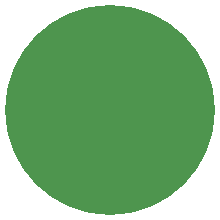
<source format=gbr>
G04 #@! TF.GenerationSoftware,KiCad,Pcbnew,(5.1.0)-1*
G04 #@! TF.CreationDate,2019-11-25T20:58:05-05:00*
G04 #@! TF.ProjectId,Christmas Ornament 2019,43687269-7374-46d6-9173-204f726e616d,rev?*
G04 #@! TF.SameCoordinates,Original*
G04 #@! TF.FileFunction,Paste,Bot*
G04 #@! TF.FilePolarity,Positive*
%FSLAX46Y46*%
G04 Gerber Fmt 4.6, Leading zero omitted, Abs format (unit mm)*
G04 Created by KiCad (PCBNEW (5.1.0)-1) date 2019-11-25 20:58:05*
%MOMM*%
%LPD*%
G04 APERTURE LIST*
%ADD10C,17.780000*%
G04 APERTURE END LIST*
D10*
X107950000Y-118110000D03*
M02*

</source>
